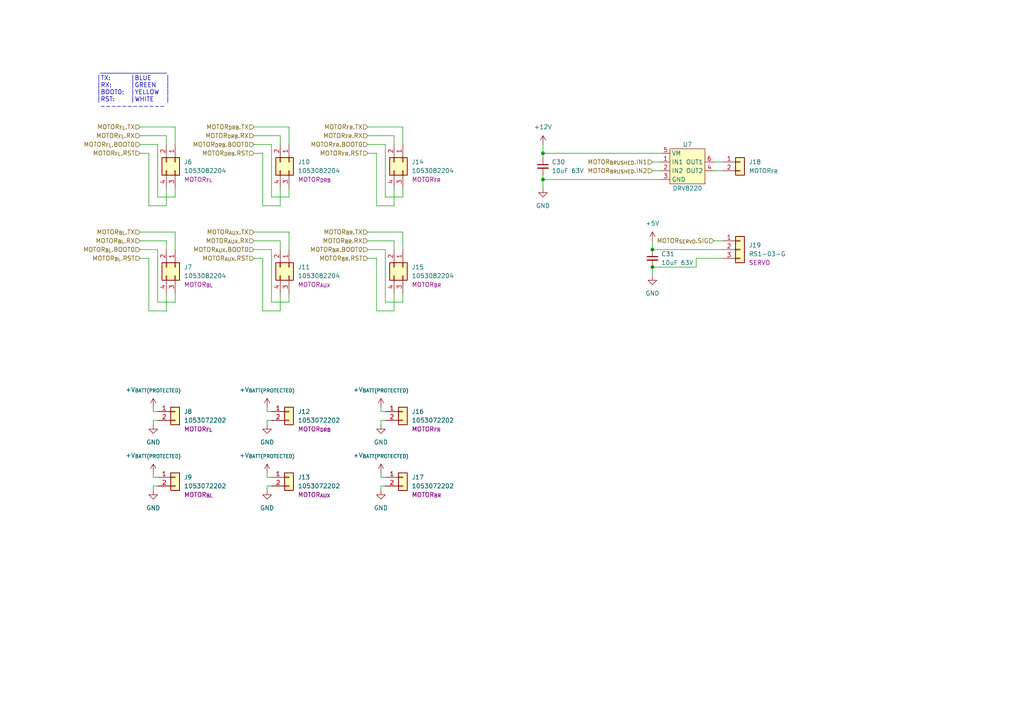
<source format=kicad_sch>
(kicad_sch (version 20211123) (generator eeschema)
  (paper "A4")
  (title_block (title "Bodge Control") (date "2022-12-07") (rev "1.0.0") (company "The A-Team (RC SSL)") (comment 1 "W. Stuckey & R. Osawa"))
  (lib_symbols
    (symbol "AT-PowerIC:DRV8220"
      (property "Reference" "U" (at 0 6.35 0))
      (property "Value" "DRV8220" (at 0 -6.35 0))
      (symbol "DRV8220_0_1"
        (rectangle (start -5.08 5.08) (end 5.08 -5.08) (stroke (width 0.1524)) (fill (type background)))
      )
      (symbol "DRV8220_1_1"
        (pin input line (at -7.62 1.27 0) (length 2.54) (name "IN1") (number "1"))
        (pin input line (at -7.62 -1.27 0) (length 2.54) (name "IN2") (number "2"))
        (pin power_in line (at -7.62 -3.81 0) (length 2.54) (name "GND") (number "3"))
        (pin input line (at 7.62 -1.27 180) (length 2.54) (name "OUT2") (number "4"))
        (pin power_in line (at -7.62 3.81 0) (length 2.54) (name "VM") (number "5"))
        (pin input line (at 7.62 1.27 180) (length 2.54) (name "OUT1") (number "6"))
      )
    )
    (symbol "AT-Supplies:+V_{BATT(PROTECTED)}" (power) (pin_names (offset 0)) (in_bom no) (on_board no)
      (property "Value" "+V_{BATT(PROTECTED)}" (at 0 5.08 0))
      (symbol "+V_{BATT(PROTECTED)}_0_1"
        (polyline (pts (xy -0.76 1.27) (xy 0.002 2.54)))
        (polyline (pts (xy 0.002 0) (xy 0.002 2.54)))
        (polyline (pts (xy 0.002 2.54) (xy 0.764 1.27)))
      )
      (symbol "+V_{BATT(PROTECTED)}_1_1"
        (pin power_in line (at 0 0 90) (length 0) hide (name "+V_{BATT(PROTECTED)}") (number "1"))
      )
    )
    (symbol "Connector_Generic:Conn_01x02" (pin_names (offset 1.016) hide)
      (property "Reference" "J" (at 0 2.54 0))
      (property "Value" "Conn_01x02" (at 0 -5.08 0))
      (symbol "Conn_01x02_1_1"
        (rectangle (start -1.27 -2.413) (end 0 -2.667) (stroke (width 0.1524)))
        (rectangle (start -1.27 0.127) (end 0 -0.127) (stroke (width 0.1524)))
        (rectangle (start -1.27 1.27) (end 1.27 -3.81) (stroke (width 0.254)) (fill (type background)))
        (pin passive line (at -5.08 0 0) (length 3.81) (name "Pin_1") (number "1"))
        (pin passive line (at -5.08 -2.54 0) (length 3.81) (name "Pin_2") (number "2"))
      )
    )
    (symbol "Connector_Generic:Conn_01x03" (pin_names (offset 1.016) hide)
      (property "Reference" "J" (at 0 5.08 0))
      (property "Value" "Conn_01x03" (at 0 -5.08 0))
      (symbol "Conn_01x03_1_1"
        (rectangle (start -1.27 -2.413) (end 0 -2.667) (stroke (width 0.1524)))
        (rectangle (start -1.27 0.127) (end 0 -0.127) (stroke (width 0.1524)))
        (rectangle (start -1.27 2.667) (end 0 2.413) (stroke (width 0.1524)))
        (rectangle (start -1.27 3.81) (end 1.27 -3.81) (stroke (width 0.254)) (fill (type background)))
        (pin passive line (at -5.08 2.54 0) (length 3.81) (name "Pin_1") (number "1"))
        (pin passive line (at -5.08 0 0) (length 3.81) (name "Pin_2") (number "2"))
        (pin passive line (at -5.08 -2.54 0) (length 3.81) (name "Pin_3") (number "3"))
      )
    )
    (symbol "Connector_Generic:Conn_02x02_Top_Bottom" (pin_names (offset 1.016) hide)
      (property "Reference" "J" (at 1.27 2.54 0))
      (property "Value" "Conn_02x02_Top_Bottom" (at 1.27 -5.08 0))
      (symbol "Conn_02x02_Top_Bottom_1_1"
        (rectangle (start -1.27 -2.413) (end 0 -2.667) (stroke (width 0.1524)))
        (rectangle (start -1.27 0.127) (end 0 -0.127) (stroke (width 0.1524)))
        (rectangle (start -1.27 1.27) (end 3.81 -3.81) (stroke (width 0.254)) (fill (type background)))
        (rectangle (start 3.81 -2.413) (end 2.54 -2.667) (stroke (width 0.1524)))
        (rectangle (start 3.81 0.127) (end 2.54 -0.127) (stroke (width 0.1524)))
        (pin passive line (at -5.08 0 0) (length 3.81) (name "Pin_1") (number "1"))
        (pin passive line (at -5.08 -2.54 0) (length 3.81) (name "Pin_2") (number "2"))
        (pin passive line (at 7.62 0 180) (length 3.81) (name "Pin_3") (number "3"))
        (pin passive line (at 7.62 -2.54 180) (length 3.81) (name "Pin_4") (number "4"))
      )
    )
    (symbol "Device:C_Small" (pin_numbers hide) (pin_names (offset 0.254) hide)
      (property "Reference" "C" (at 0.254 1.778 0))
      (property "Value" "C_Small" (at 0.254 -2.032 0))
      (symbol "C_Small_0_1"
        (polyline (pts (xy -1.524 -0.508) (xy 1.524 -0.508)) (stroke (width 0.3302)))
        (polyline (pts (xy -1.524 0.508) (xy 1.524 0.508)) (stroke (width 0.3048)))
      )
      (symbol "C_Small_1_1"
        (pin passive line (at 0 2.54 270) (length 2.032) (name "~") (number "1"))
        (pin passive line (at 0 -2.54 90) (length 2.032) (name "~") (number "2"))
      )
    )
    (symbol "power:+12V" (power) (pin_names (offset 0))
      (property "Value" "+12V" (at 0 3.556 0))
      (symbol "+12V_0_1"
        (polyline (pts (xy -0.762 1.27) (xy 0 2.54)))
        (polyline (pts (xy 0 0) (xy 0 2.54)))
        (polyline (pts (xy 0 2.54) (xy 0.762 1.27)))
      )
      (symbol "+12V_1_1"
        (pin power_in line (at 0 0 90) (length 0) hide (name "+12V") (number "1"))
      )
    )
    (symbol "power:+5V" (power) (pin_names (offset 0))
      (property "Value" "+5V" (at 0 3.556 0))
      (symbol "+5V_0_1"
        (polyline (pts (xy -0.762 1.27) (xy 0 2.54)))
        (polyline (pts (xy 0 0) (xy 0 2.54)))
        (polyline (pts (xy 0 2.54) (xy 0.762 1.27)))
      )
      (symbol "+5V_1_1"
        (pin power_in line (at 0 0 90) (length 0) hide (name "+5V") (number "1"))
      )
    )
    (symbol "power:GND" (power) (pin_names (offset 0))
      (property "Value" "GND" (at 0 -3.81 0))
      (symbol "GND_0_1"
        (polyline (pts (xy 0 0) (xy 0 -1.27) (xy 1.27 -1.27) (xy 0 -2.54) (xy -1.27 -1.27) (xy 0 -1.27)))
      )
      (symbol "GND_1_1"
        (pin power_in line (at 0 0 270) (length 0) hide (name "GND") (number "1"))
      )
    )
  )
  (junction (at 189.23 77.47))
  (junction (at 189.23 72.39))
  (junction (at 157.48 44.45))
  (junction (at 157.48 52.07))
  (wire (pts (xy 111.76 41.91) (xy 111.76 57.15)))
  (wire (pts (xy 111.76 140.97) (xy 110.49 140.97)))
  (wire (pts (xy 77.47 140.97) (xy 77.47 142.24)))
  (wire (pts (xy 191.77 44.45) (xy 157.48 44.45)))
  (wire (pts (xy 111.76 72.39) (xy 111.76 87.63)))
  (wire (pts (xy 44.45 119.38) (xy 45.72 119.38)))
  (wire (pts (xy 83.82 87.63) (xy 83.82 85.09)))
  (wire (pts (xy 73.66 44.45) (xy 76.2 44.45)))
  (wire (pts (xy 111.76 87.63) (xy 116.84 87.63)))
  (wire (pts (xy 73.66 39.37) (xy 81.28 39.37)))
  (wire (pts (xy 157.48 44.45) (xy 157.48 41.91)))
  (wire (pts (xy 45.72 87.63) (xy 50.8 87.63)))
  (wire (pts (xy 116.84 36.83) (xy 116.84 41.91)))
  (wire (pts (xy 116.84 87.63) (xy 116.84 85.09)))
  (wire (pts (xy 78.74 72.39) (xy 78.74 87.63)))
  (wire (pts (xy 106.68 74.93) (xy 109.22 74.93)))
  (wire (pts (xy 106.68 39.37) (xy 114.3 39.37)))
  (wire (pts (xy 73.66 67.31) (xy 83.82 67.31)))
  (wire (pts (xy 43.18 44.45) (xy 43.18 59.69)))
  (wire (pts (xy 157.48 52.07) (xy 157.48 54.61)))
  (wire (pts (xy 76.2 44.45) (xy 76.2 59.69)))
  (wire (pts (xy 114.3 59.69) (xy 114.3 54.61)))
  (wire (pts (xy 201.93 74.93) (xy 201.93 77.47)))
  (wire (pts (xy 157.48 44.45) (xy 157.48 45.72)))
  (wire (pts (xy 109.22 90.17) (xy 114.3 90.17)))
  (wire (pts (xy 73.66 69.85) (xy 81.28 69.85)))
  (wire (pts (xy 83.82 36.83) (xy 83.82 41.91)))
  (wire (pts (xy 81.28 39.37) (xy 81.28 41.91)))
  (wire (pts (xy 45.72 57.15) (xy 50.8 57.15)))
  (wire (pts (xy 78.74 87.63) (xy 83.82 87.63)))
  (wire (pts (xy 207.01 49.53) (xy 209.55 49.53)))
  (wire (pts (xy 110.49 119.38) (xy 111.76 119.38)))
  (wire (pts (xy 111.76 121.92) (xy 110.49 121.92)))
  (wire (pts (xy 207.01 46.99) (xy 209.55 46.99)))
  (wire (pts (xy 110.49 140.97) (xy 110.49 142.24)))
  (wire (pts (xy 207.01 69.85) (xy 209.55 69.85)))
  (wire (pts (xy 157.48 50.8) (xy 157.48 52.07)))
  (wire (pts (xy 77.47 119.38) (xy 78.74 119.38)))
  (wire (pts (xy 77.47 118.11) (xy 77.47 119.38)))
  (wire (pts (xy 81.28 69.85) (xy 81.28 72.39)))
  (wire (pts (xy 109.22 59.69) (xy 114.3 59.69)))
  (wire (pts (xy 106.68 36.83) (xy 116.84 36.83)))
  (wire (pts (xy 78.74 121.92) (xy 77.47 121.92)))
  (wire (pts (xy 40.64 72.39) (xy 45.72 72.39)))
  (wire (pts (xy 45.72 140.97) (xy 44.45 140.97)))
  (wire (pts (xy 40.64 44.45) (xy 43.18 44.45)))
  (wire (pts (xy 45.72 72.39) (xy 45.72 87.63)))
  (wire (pts (xy 44.45 140.97) (xy 44.45 142.24)))
  (wire (pts (xy 110.49 121.92) (xy 110.49 123.19)))
  (wire (pts (xy 45.72 121.92) (xy 44.45 121.92)))
  (wire (pts (xy 43.18 59.69) (xy 48.26 59.69)))
  (wire (pts (xy 106.68 69.85) (xy 114.3 69.85)))
  (wire (pts (xy 73.66 36.83) (xy 83.82 36.83)))
  (wire (pts (xy 116.84 57.15) (xy 116.84 54.61)))
  (wire (pts (xy 111.76 57.15) (xy 116.84 57.15)))
  (wire (pts (xy 110.49 138.43) (xy 111.76 138.43)))
  (wire (pts (xy 77.47 137.16) (xy 77.47 138.43)))
  (wire (pts (xy 50.8 36.83) (xy 50.8 41.91)))
  (wire (pts (xy 78.74 41.91) (xy 78.74 57.15)))
  (wire (pts (xy 48.26 69.85) (xy 48.26 72.39)))
  (wire (pts (xy 73.66 74.93) (xy 76.2 74.93)))
  (wire (pts (xy 189.23 69.85) (xy 189.23 72.39)))
  (wire (pts (xy 189.23 72.39) (xy 209.55 72.39)))
  (wire (pts (xy 44.45 137.16) (xy 44.45 138.43)))
  (wire (pts (xy 73.66 41.91) (xy 78.74 41.91)))
  (wire (pts (xy 209.55 74.93) (xy 201.93 74.93)))
  (wire (pts (xy 40.64 69.85) (xy 48.26 69.85)))
  (wire (pts (xy 110.49 118.11) (xy 110.49 119.38)))
  (wire (pts (xy 48.26 39.37) (xy 48.26 41.91)))
  (wire (pts (xy 43.18 74.93) (xy 43.18 90.17)))
  (wire (pts (xy 191.77 52.07) (xy 157.48 52.07)))
  (wire (pts (xy 189.23 46.99) (xy 191.77 46.99)))
  (wire (pts (xy 40.64 39.37) (xy 48.26 39.37)))
  (wire (pts (xy 77.47 121.92) (xy 77.47 123.19)))
  (wire (pts (xy 77.47 138.43) (xy 78.74 138.43)))
  (wire (pts (xy 81.28 90.17) (xy 81.28 85.09)))
  (wire (pts (xy 114.3 90.17) (xy 114.3 85.09)))
  (wire (pts (xy 40.64 67.31) (xy 50.8 67.31)))
  (wire (pts (xy 76.2 59.69) (xy 81.28 59.69)))
  (wire (pts (xy 114.3 69.85) (xy 114.3 72.39)))
  (wire (pts (xy 40.64 41.91) (xy 45.72 41.91)))
  (wire (pts (xy 40.64 74.93) (xy 43.18 74.93)))
  (wire (pts (xy 44.45 118.11) (xy 44.45 119.38)))
  (wire (pts (xy 76.2 74.93) (xy 76.2 90.17)))
  (wire (pts (xy 40.64 36.83) (xy 50.8 36.83)))
  (wire (pts (xy 109.22 74.93) (xy 109.22 90.17)))
  (wire (pts (xy 48.26 90.17) (xy 48.26 85.09)))
  (wire (pts (xy 50.8 67.31) (xy 50.8 72.39)))
  (wire (pts (xy 45.72 41.91) (xy 45.72 57.15)))
  (wire (pts (xy 48.26 59.69) (xy 48.26 54.61)))
  (wire (pts (xy 78.74 57.15) (xy 83.82 57.15)))
  (wire (pts (xy 78.74 140.97) (xy 77.47 140.97)))
  (wire (pts (xy 189.23 77.47) (xy 201.93 77.47)))
  (wire (pts (xy 116.84 67.31) (xy 116.84 72.39)))
  (wire (pts (xy 106.68 41.91) (xy 111.76 41.91)))
  (wire (pts (xy 106.68 72.39) (xy 111.76 72.39)))
  (wire (pts (xy 83.82 67.31) (xy 83.82 72.39)))
  (wire (pts (xy 106.68 44.45) (xy 109.22 44.45)))
  (wire (pts (xy 189.23 49.53) (xy 191.77 49.53)))
  (wire (pts (xy 81.28 59.69) (xy 81.28 54.61)))
  (wire (pts (xy 73.66 72.39) (xy 78.74 72.39)))
  (wire (pts (xy 44.45 138.43) (xy 45.72 138.43)))
  (wire (pts (xy 110.49 137.16) (xy 110.49 138.43)))
  (wire (pts (xy 76.2 90.17) (xy 81.28 90.17)))
  (wire (pts (xy 43.18 90.17) (xy 48.26 90.17)))
  (wire (pts (xy 50.8 87.63) (xy 50.8 85.09)))
  (wire (pts (xy 83.82 57.15) (xy 83.82 54.61)))
  (wire (pts (xy 106.68 67.31) (xy 116.84 67.31)))
  (wire (pts (xy 44.45 121.92) (xy 44.45 123.19)))
  (wire (pts (xy 109.22 44.45) (xy 109.22 59.69)))
  (wire (pts (xy 189.23 77.47) (xy 189.23 80.01)))
  (wire (pts (xy 114.3 39.37) (xy 114.3 41.91)))
  (wire (pts (xy 50.8 57.15) (xy 50.8 54.61)))
  (text " ____________________\n|TX:	|BLUE	|\n|RX:	|GREEN	|\n|BOOT0:	|YELLOW	|\n|RST:	|WHITE	|\n ------------" (at 27.94 31.75 0) (effects (font (size 1.27 1.27)) (justify left bottom)))
  (hierarchical_label "MOTOR_{SERVO}.SIG" (shape input) (at 207.01 69.85 180))
  (hierarchical_label "MOTOR_{BRUSHED}.IN2" (shape input) (at 189.23 49.53 180))
  (hierarchical_label "MOTOR_{BR}.RX" (shape input) (at 106.68 69.85 180))
  (hierarchical_label "MOTOR_{FL}.RST" (shape input) (at 40.64 44.45 180))
  (hierarchical_label "MOTOR_{DRB}.RX" (shape input) (at 73.66 39.37 180))
  (hierarchical_label "MOTOR_{DRB}.RST" (shape input) (at 73.66 44.45 180))
  (hierarchical_label "MOTOR_{FR}.RX" (shape input) (at 106.68 39.37 180))
  (hierarchical_label "MOTOR_{FR}.TX" (shape input) (at 106.68 36.83 180))
  (hierarchical_label "MOTOR_{FR}.BOOT0" (shape input) (at 106.68 41.91 180))
  (hierarchical_label "MOTOR_{FL}.TX" (shape input) (at 40.64 36.83 180))
  (hierarchical_label "MOTOR_{AUX}.TX" (shape input) (at 73.66 67.31 180))
  (hierarchical_label "MOTOR_{DRB}.TX" (shape input) (at 73.66 36.83 180))
  (hierarchical_label "MOTOR_{AUX}.BOOT0" (shape input) (at 73.66 72.39 180))
  (hierarchical_label "MOTOR_{BL}.BOOT0" (shape input) (at 40.64 72.39 180))
  (hierarchical_label "MOTOR_{FL}.BOOT0" (shape input) (at 40.64 41.91 180))
  (hierarchical_label "MOTOR_{FR}.RST" (shape input) (at 106.68 44.45 180))
  (hierarchical_label "MOTOR_{DRB}.BOOT0" (shape input) (at 73.66 41.91 180))
  (hierarchical_label "MOTOR_{BR}.BOOT0" (shape input) (at 106.68 72.39 180))
  (hierarchical_label "MOTOR_{BRUSHED}.IN1" (shape input) (at 189.23 46.99 180))
  (hierarchical_label "MOTOR_{AUX}.RST" (shape input) (at 73.66 74.93 180))
  (hierarchical_label "MOTOR_{BR}.TX" (shape input) (at 106.68 67.31 180))
  (hierarchical_label "MOTOR_{BL}.TX" (shape input) (at 40.64 67.31 180))
  (hierarchical_label "MOTOR_{BL}.RST" (shape input) (at 40.64 74.93 180))
  (hierarchical_label "MOTOR_{FL}.RX" (shape input) (at 40.64 39.37 180))
  (hierarchical_label "MOTOR_{BL}.RX" (shape input) (at 40.64 69.85 180))
  (hierarchical_label "MOTOR_{AUX}.RX" (shape input) (at 73.66 69.85 180))
  (hierarchical_label "MOTOR_{BR}.RST" (shape input) (at 106.68 74.93 180))
  (symbol (lib_id "Connector_Generic:Conn_01x03") (at 214.63 72.39 0) (unit 1)
    (property "Reference" "J19" (at 217.17 71.1199 0) (effects (justify left)))
    (property "Value" "RS1-03-G" (at 217.17 73.6599 0) (effects (justify left)))
    (property "Footprint" "Connector_PinSocket_2.54mm:PinSocket_1x03_P2.54mm_Vertical" (effects hide))
    (property "Value2" "SERVO" (at 217.17 76.2 0) (effects (justify left)))
  )
  (symbol (lib_id "Connector_Generic:Conn_02x02_Top_Bottom") (at 83.82 77.47 270) (unit 1)
    (property "Reference" "J11" (at 86.36 77.4699 90) (effects (justify left)))
    (property "Value" "1053082204" (at 86.36 80.0099 90) (effects (justify left)))
    (property "Footprint" "AT-Connectors:2x02_P3mm_TopBottom_3x5mm_P7mm_Plug_SMD" (effects hide))
    (property "Value2" "MOTOR_{AUX}" (at 86.36 82.55 90) (effects (justify left)))
  )
  (symbol (lib_id "power:GND") (at 44.45 123.19 0) (unit 1)
    (property "Reference" "#PWR099" (effects hide))
    (property "Value" "GND" (at 44.45 128.27 0))
  )
  (symbol (lib_id "power:+12V") (at 157.48 41.91 0) (unit 1)
    (property "Reference" "#PWR0110" (effects hide))
    (property "Value" "+12V" (at 157.48 36.83 0))
  )
  (symbol (lib_id "Connector_Generic:Conn_01x02") (at 50.8 138.43 0) (unit 1)
    (property "Reference" "J9" (at 53.34 138.4299 0) (effects (justify left)))
    (property "Value" "1053072202" (at 53.34 140.9699 0) (effects (justify left)))
    (property "Footprint" "AT-Connectors:1x02_P3mm_3x5mm_Plug_SMD" (effects hide))
    (property "Value2" "MOTOR_{BL}" (at 53.34 143.51 0) (effects (justify left)))
  )
  (symbol (lib_id "AT-Supplies:+V_{BATT(PROTECTED)}") (at 110.49 118.11 0) (unit 1) (in_bom no) (on_board no)
    (property "Reference" "#PWR0106" (effects hide))
    (property "Value" "+V_{BATT(PROTECTED)}" (at 110.492 113.03 0))
  )
  (symbol (lib_id "Connector_Generic:Conn_01x02") (at 116.84 119.38 0) (unit 1)
    (property "Reference" "J16" (at 119.38 119.3799 0) (effects (justify left)))
    (property "Value" "1053072202" (at 119.38 121.9199 0) (effects (justify left)))
    (property "Footprint" "AT-Connectors:1x02_P3mm_3x5mm_Plug_SMD" (effects hide))
    (property "Value2" "MOTOR_{FR}" (at 119.38 124.46 0) (effects (justify left)))
  )
  (symbol (lib_id "power:GND") (at 110.49 123.19 0) (unit 1)
    (property "Reference" "#PWR0107" (effects hide))
    (property "Value" "GND" (at 110.49 128.27 0))
  )
  (symbol (lib_id "power:GND") (at 189.23 80.01 0) (unit 1)
    (property "Reference" "#PWR0113" (effects hide))
    (property "Value" "GND" (at 189.23 85.09 0))
  )
  (symbol (lib_id "power:GND") (at 77.47 123.19 0) (unit 1)
    (property "Reference" "#PWR0103" (effects hide))
    (property "Value" "GND" (at 77.47 128.27 0))
  )
  (symbol (lib_id "AT-Supplies:+V_{BATT(PROTECTED)}") (at 44.45 137.16 0) (unit 1) (in_bom no) (on_board no)
    (property "Reference" "#PWR0100" (effects hide))
    (property "Value" "+V_{BATT(PROTECTED)}" (at 44.452 132.08 0))
  )
  (symbol (lib_id "Device:C_Small") (at 189.23 74.93 0) (unit 1)
    (property "Reference" "C31" (at 191.77 73.6662 0) (effects (justify left)))
    (property "Value" "10uF 63V" (at 191.77 76.2062 0) (effects (justify left)))
    (property "Footprint" "Capacitor_SMD:C_1210_3225Metric" (effects hide))
  )
  (symbol (lib_id "Connector_Generic:Conn_02x02_Top_Bottom") (at 50.8 77.47 270) (unit 1)
    (property "Reference" "J7" (at 53.34 77.4699 90) (effects (justify left)))
    (property "Value" "1053082204" (at 53.34 80.0099 90) (effects (justify left)))
    (property "Footprint" "AT-Connectors:2x02_P3mm_TopBottom_3x5mm_P7mm_Plug_SMD" (effects hide))
    (property "Value2" "MOTOR_{BL}" (at 53.34 82.55 90) (effects (justify left)))
  )
  (symbol (lib_id "AT-Supplies:+V_{BATT(PROTECTED)}") (at 77.47 118.11 0) (unit 1) (in_bom no) (on_board no)
    (property "Reference" "#PWR0102" (effects hide))
    (property "Value" "+V_{BATT(PROTECTED)}" (at 77.472 113.03 0))
  )
  (symbol (lib_id "power:GND") (at 77.47 142.24 0) (unit 1)
    (property "Reference" "#PWR0105" (effects hide))
    (property "Value" "GND" (at 77.47 147.32 0))
  )
  (symbol (lib_id "AT-Supplies:+V_{BATT(PROTECTED)}") (at 110.49 137.16 0) (unit 1) (in_bom no) (on_board no)
    (property "Reference" "#PWR0108" (effects hide))
    (property "Value" "+V_{BATT(PROTECTED)}" (at 110.492 132.08 0))
  )
  (symbol (lib_id "AT-Supplies:+V_{BATT(PROTECTED)}") (at 77.47 137.16 0) (unit 1) (in_bom no) (on_board no)
    (property "Reference" "#PWR0104" (effects hide))
    (property "Value" "+V_{BATT(PROTECTED)}" (at 77.472 132.08 0))
  )
  (symbol (lib_id "Connector_Generic:Conn_02x02_Top_Bottom") (at 50.8 46.99 270) (unit 1)
    (property "Reference" "J6" (at 53.34 46.99 90) (effects (justify left)))
    (property "Value" "1053082204" (at 53.34 49.53 90) (effects (justify left)))
    (property "Footprint" "AT-Connectors:2x02_P3mm_TopBottom_3x5mm_P7mm_Plug_SMD" (effects hide))
    (property "Value2" "MOTOR_{FL}" (at 53.34 52.07 90) (effects (justify left)))
  )
  (symbol (lib_id "AT-Supplies:+V_{BATT(PROTECTED)}") (at 44.45 118.11 0) (unit 1) (in_bom no) (on_board no)
    (property "Reference" "#PWR098" (effects hide))
    (property "Value" "+V_{BATT(PROTECTED)}" (at 44.452 113.03 0))
  )
  (symbol (lib_id "power:GND") (at 157.48 54.61 0) (unit 1)
    (property "Reference" "#PWR0111" (effects hide))
    (property "Value" "GND" (at 157.48 59.69 0))
  )
  (symbol (lib_id "Connector_Generic:Conn_02x02_Top_Bottom") (at 116.84 77.47 270) (unit 1)
    (property "Reference" "J15" (at 119.38 77.4699 90) (effects (justify left)))
    (property "Value" "1053082204" (at 119.38 80.0099 90) (effects (justify left)))
    (property "Footprint" "AT-Connectors:2x02_P3mm_TopBottom_3x5mm_P7mm_Plug_SMD" (effects hide))
    (property "Value2" "MOTOR_{BR}" (at 119.38 82.55 90) (effects (justify left)))
  )
  (symbol (lib_id "Device:C_Small") (at 157.48 48.26 0) (unit 1)
    (property "Reference" "C30" (at 160.02 46.9962 0) (effects (justify left)))
    (property "Value" "10uF 63V" (at 160.02 49.5362 0) (effects (justify left)))
    (property "Footprint" "Capacitor_SMD:C_1210_3225Metric" (effects hide))
  )
  (symbol (lib_id "power:GND") (at 110.49 142.24 0) (unit 1)
    (property "Reference" "#PWR0109" (effects hide))
    (property "Value" "GND" (at 110.49 147.32 0))
  )
  (symbol (lib_id "Connector_Generic:Conn_02x02_Top_Bottom") (at 83.82 46.99 270) (unit 1)
    (property "Reference" "J10" (at 86.36 46.99 90) (effects (justify left)))
    (property "Value" "1053082204" (at 86.36 49.53 90) (effects (justify left)))
    (property "Footprint" "AT-Connectors:2x02_P3mm_TopBottom_3x5mm_P7mm_Plug_SMD" (effects hide))
    (property "Value2" "MOTOR_{DRB}" (at 86.36 52.07 90) (effects (justify left)))
  )
  (symbol (lib_id "Connector_Generic:Conn_01x02") (at 116.84 138.43 0) (unit 1)
    (property "Reference" "J17" (at 119.38 138.4299 0) (effects (justify left)))
    (property "Value" "1053072202" (at 119.38 140.9699 0) (effects (justify left)))
    (property "Footprint" "AT-Connectors:1x02_P3mm_3x5mm_Plug_SMD" (effects hide))
    (property "Value2" "MOTOR_{BR}" (at 119.38 143.51 0) (effects (justify left)))
  )
  (symbol (lib_id "power:+5V") (at 189.23 69.85 0) (unit 1)
    (property "Reference" "#PWR0112" (effects hide))
    (property "Value" "+5V" (at 189.23 64.77 0))
  )
  (symbol (lib_id "Connector_Generic:Conn_02x02_Top_Bottom") (at 116.84 46.99 270) (unit 1)
    (property "Reference" "J14" (at 119.38 46.9899 90) (effects (justify left)))
    (property "Value" "1053082204" (at 119.38 49.5299 90) (effects (justify left)))
    (property "Footprint" "AT-Connectors:2x02_P3mm_TopBottom_3x5mm_P7mm_Plug_SMD" (effects hide))
    (property "Value2" "MOTOR_{FR}" (at 119.38 52.07 90) (effects (justify left)))
  )
  (symbol (lib_id "Connector_Generic:Conn_01x02") (at 83.82 119.38 0) (unit 1)
    (property "Reference" "J12" (at 86.36 119.3799 0) (effects (justify left)))
    (property "Value" "1053072202" (at 86.36 121.9199 0) (effects (justify left)))
    (property "Footprint" "AT-Connectors:1x02_P3mm_3x5mm_Plug_SMD" (effects hide))
    (property "Value2" "MOTOR_{DRB}" (at 86.36 124.46 0) (effects (justify left)))
  )
  (symbol (lib_id "Connector_Generic:Conn_01x02") (at 50.8 119.38 0) (unit 1)
    (property "Reference" "J8" (at 53.34 119.3799 0) (effects (justify left)))
    (property "Value" "1053072202" (at 53.34 121.9199 0) (effects (justify left)))
    (property "Footprint" "AT-Connectors:1x02_P3mm_3x5mm_Plug_SMD" (effects hide))
    (property "Value2" "MOTOR_{FL}" (at 53.34 124.46 0) (effects (justify left)))
  )
  (symbol (lib_id "AT-PowerIC:DRV8220") (at 199.39 48.26 0) (unit 1)
    (property "Reference" "U7" (at 199.39 41.91 0))
    (property "Value" "DRV8220" (at 199.39 54.61 0))
    (property "Footprint" "Package_TO_SOT_SMD:SOT-563" (effects hide))
    (property "Datasheet" "https://www.ti.com/lit/ds/symlink/drv8220.pdf?HQS=dis-dk-null-digikeymode-dsf-pf-null-wwe&ts=1670519224288" (effects hide))
  )
  (symbol (lib_id "Connector_Generic:Conn_01x02") (at 83.82 138.43 0) (unit 1)
    (property "Reference" "J13" (at 86.36 138.4299 0) (effects (justify left)))
    (property "Value" "1053072202" (at 86.36 140.9699 0) (effects (justify left)))
    (property "Footprint" "AT-Connectors:1x02_P3mm_3x5mm_Plug_SMD" (effects hide))
    (property "Value2" "MOTOR_{AUX}" (at 86.36 143.51 0) (effects (justify left)))
  )
  (symbol (lib_id "power:GND") (at 44.45 142.24 0) (unit 1)
    (property "Reference" "#PWR0101" (effects hide))
    (property "Value" "GND" (at 44.45 147.32 0))
  )
  (symbol (lib_id "Connector_Generic:Conn_01x02") (at 214.63 46.99 0) (unit 1) (in_bom no)
    (property "Reference" "J18" (at 217.17 46.9899 0) (effects (justify left)))
    (property "Value" "MOTOR_{FR}" (at 217.17 49.5299 0) (effects (justify left)))
    (property "Footprint" "AT-Connectors:1x02_P3mm_3x5mm_Plug_SMD" (effects hide))
  )
)
</source>
